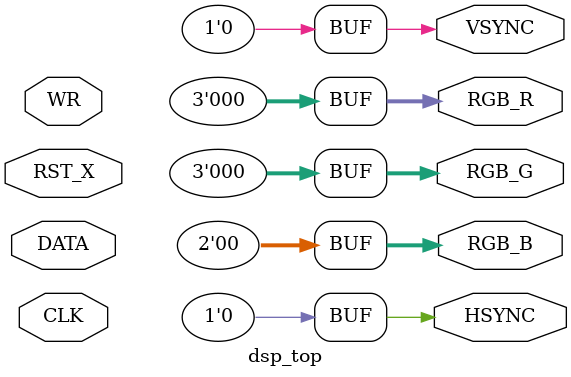
<source format=v>
module dsp_top
(
        input           CLK,
        input           RST_X,
        input           WR,
        input   [63:0]  DATA,

        output  [2:0]   RGB_R,
        output  [2:0]   RGB_G,
        output  [1:0]   RGB_B,
        output          HSYNC,
        output          VSYNC
);

assign RGB_R = 0;
assign RGB_G = 0;
assign RGB_B = 0;
assign HSYNC = 0;
assign VSYNC = 0;
endmodule

</source>
